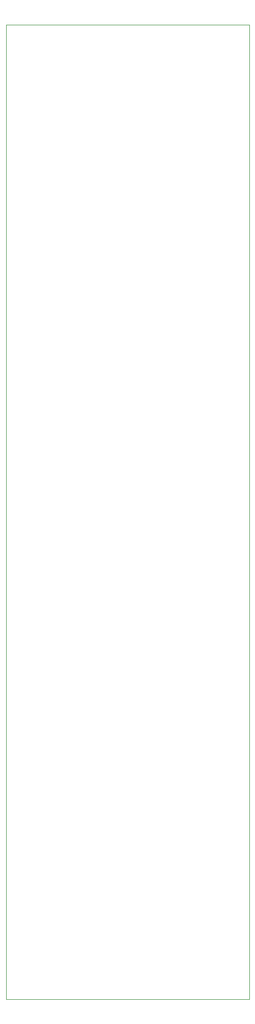
<source format=gbr>
%TF.GenerationSoftware,KiCad,Pcbnew,9.0.6-9.0.6~ubuntu22.04.1*%
%TF.CreationDate,2026-01-05T14:55:19-05:00*%
%TF.ProjectId,psc_daughter_brd,7073635f-6461-4756-9768-7465725f6272,rev?*%
%TF.SameCoordinates,Original*%
%TF.FileFunction,Profile,NP*%
%FSLAX46Y46*%
G04 Gerber Fmt 4.6, Leading zero omitted, Abs format (unit mm)*
G04 Created by KiCad (PCBNEW 9.0.6-9.0.6~ubuntu22.04.1) date 2026-01-05 14:55:19*
%MOMM*%
%LPD*%
G01*
G04 APERTURE LIST*
%TA.AperFunction,Profile*%
%ADD10C,0.050000*%
%TD*%
G04 APERTURE END LIST*
D10*
X140000000Y-192000000D02*
X140000000Y-32000000D01*
X180000000Y-32000000D02*
X180000000Y-192000000D01*
X180000000Y-192000000D02*
X140000000Y-192000000D01*
X140000000Y-32000000D02*
X180000000Y-32000000D01*
M02*

</source>
